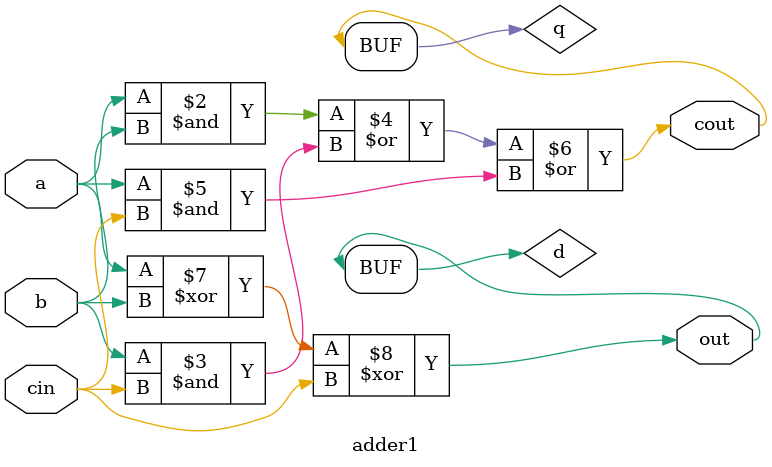
<source format=v>
`timescale 1ns / 1ns
module adder1(
  input wire a,
  input wire b,
  input wire cin,
  output wire out,
  output wire cout
);
reg d;
reg q;
always @(a or b or cin)
begin
    q <= #3 (a&b)|(b&cin)|(a&cin);
    d <= #6 a^b^cin;
end
assign out = d;
assign cout = q;
endmodule
</source>
